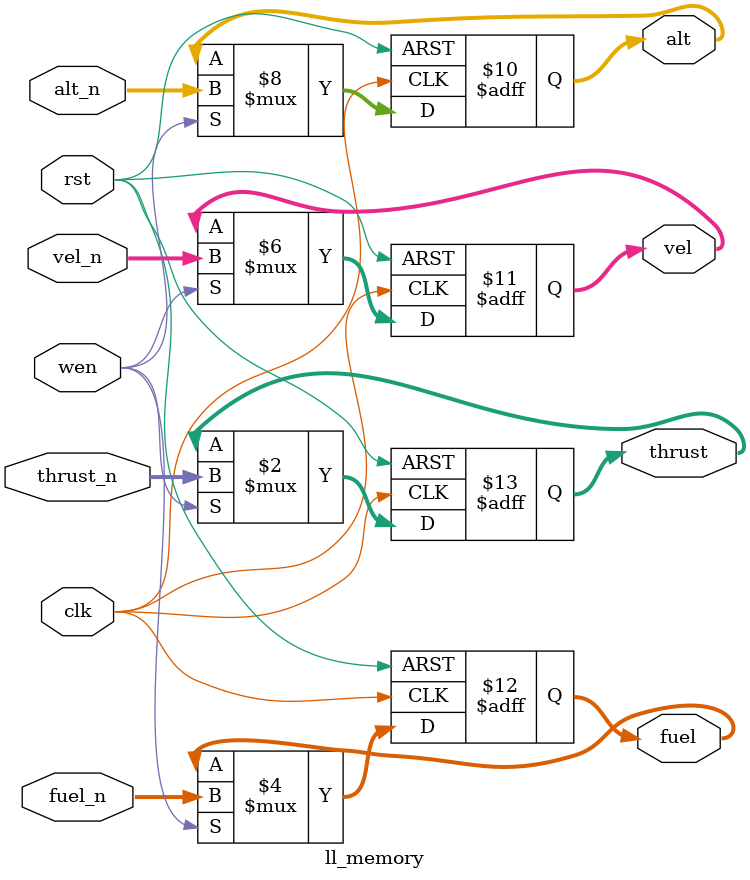
<source format=sv>
module ll_memory #(
    parameter ALTITUDE = 16'h4500,  // Start at 4500 feet
    parameter VELOCITY = 16'h0,     // Start at rest
    parameter FUEL = 16'h800,       // 2048 units of fuel
    parameter THRUST = 16'h5        // Initial thrust = 5
)(
    input logic clk,
    input logic rst,                // Async reset
    input logic wen,                // Write enable - update on clock edge if high

    input logic [15:0] alt_n,    
    input logic [15:0] vel_n,    
    input logic [15:0] fuel_n,   
    input logic [15:0] thrust_n, 

    output logic [15:0] alt,     
    output logic [15:0] vel,      
    output logic [15:0] fuel,   
    output logic [15:0] thrust    
);

    // All registers update synchronously on clock, but only when wen=1
    // This allows control logic to freeze state during landing/crash
    always_ff @(posedge clk or posedge rst) begin
        if (rst) begin
            // Initialize to parameter values on reset
            alt <= ALTITUDE;
            vel <= VELOCITY;
            fuel <= FUEL;
            thrust <= THRUST;
        end
        else if (wen) begin
            // Update all state values from ALU outputs
            alt <= alt_n;
            vel <= vel_n;
            fuel <= fuel_n;
            thrust <= thrust_n;
            vel <= vel_n;
            fuel <= fuel_n;
            thrust <= thrust_n;
        end
    end

endmodule





</source>
